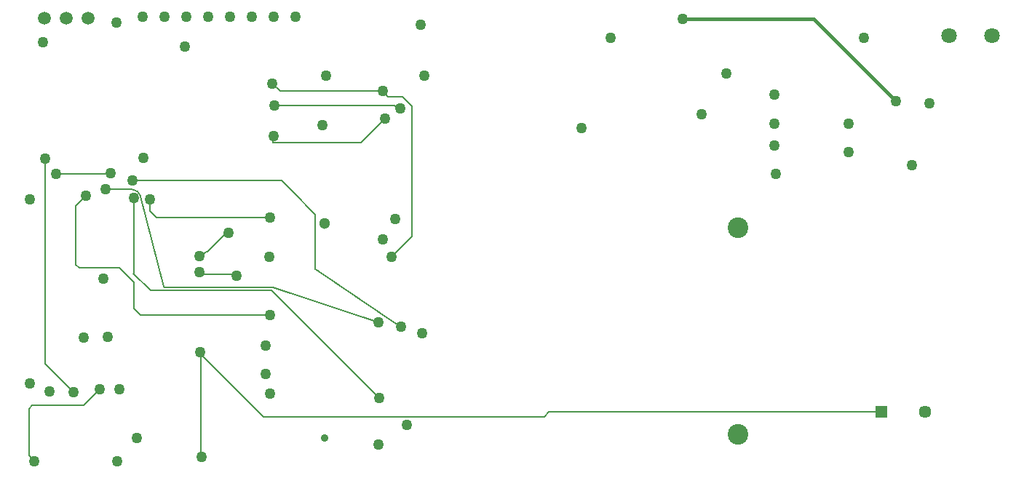
<source format=gbl>
G04*
G04 #@! TF.GenerationSoftware,Altium Limited,Altium Designer,24.8.2 (39)*
G04*
G04 Layer_Physical_Order=4*
G04 Layer_Color=16711680*
%FSLAX44Y44*%
%MOMM*%
G71*
G04*
G04 #@! TF.SameCoordinates,F9089647-E578-4EC2-B09E-D5C07AF86723*
G04*
G04*
G04 #@! TF.FilePolarity,Positive*
G04*
G01*
G75*
%ADD50R,1.4500X1.4500*%
%ADD51C,1.4500*%
%ADD52C,1.8034*%
%ADD53C,1.2700*%
%ADD54C,1.4986*%
%ADD57C,0.2032*%
%ADD58C,0.4060*%
%ADD59C,0.9000*%
%ADD60C,1.3000*%
%ADD61C,2.4000*%
D50*
X1004970Y96520D02*
D03*
D51*
X1054970D02*
D03*
D52*
X1083310Y534670D02*
D03*
X1133310D02*
D03*
D53*
X144780Y556260D02*
D03*
X170180D02*
D03*
X195580D02*
D03*
X220980D02*
D03*
X297180D02*
D03*
X322580D02*
D03*
X271780D02*
D03*
X246380D02*
D03*
X138430Y66040D02*
D03*
X213360Y44450D02*
D03*
X31750Y391160D02*
D03*
X19050Y39370D02*
D03*
X115570D02*
D03*
X95250Y123190D02*
D03*
X118110D02*
D03*
X44450Y373380D02*
D03*
X107950Y374650D02*
D03*
X146050Y392430D02*
D03*
X78740Y347980D02*
D03*
X133350Y365760D02*
D03*
X114300Y549910D02*
D03*
X194310Y521970D02*
D03*
X29210Y527050D02*
D03*
X64770Y119380D02*
D03*
X13970Y129540D02*
D03*
X36830Y120650D02*
D03*
X434340Y276860D02*
D03*
X444500Y449580D02*
D03*
X295910Y478790D02*
D03*
X297180Y417830D02*
D03*
X426720Y438150D02*
D03*
X298450Y453390D02*
D03*
X424180Y297180D02*
D03*
Y469900D02*
D03*
X689610Y532130D02*
D03*
X1021080Y458470D02*
D03*
X880110Y406400D02*
D03*
X795020Y443230D02*
D03*
X472440Y487680D02*
D03*
X468630Y547370D02*
D03*
X655320Y426720D02*
D03*
X358140Y487680D02*
D03*
X354330Y430530D02*
D03*
X824230Y490220D02*
D03*
X1060450Y455930D02*
D03*
X1040130Y383540D02*
D03*
X210820Y278130D02*
D03*
X99060Y251460D02*
D03*
X104140Y184150D02*
D03*
X76200Y182880D02*
D03*
X101600Y355600D02*
D03*
X153670Y344170D02*
D03*
X134620Y345440D02*
D03*
X966470Y398780D02*
D03*
Y431800D02*
D03*
X880110Y466330D02*
D03*
Y432040D02*
D03*
X210820Y259080D02*
D03*
X245110Y304800D02*
D03*
X254000Y255270D02*
D03*
X212090Y166370D02*
D03*
X293370Y209550D02*
D03*
X445770Y195580D02*
D03*
X469900Y187960D02*
D03*
X452120Y81280D02*
D03*
X419343Y200903D02*
D03*
X420370Y113030D02*
D03*
X419100Y58420D02*
D03*
X293370Y118110D02*
D03*
X288290Y140970D02*
D03*
Y173990D02*
D03*
X292100Y276860D02*
D03*
X293370Y322580D02*
D03*
X13970Y344170D02*
D03*
X881380Y373380D02*
D03*
X984250Y532130D02*
D03*
X773430Y553720D02*
D03*
X438792Y320943D02*
D03*
D54*
X55880Y554990D02*
D03*
X81280D02*
D03*
X30480D02*
D03*
D57*
X142988Y347575D02*
G03*
X132658Y355600I-10330J-2635D01*
G01*
X142988Y347575D02*
G03*
X132658Y355600I-10330J-2635D01*
G01*
X142988Y347575D02*
G03*
X132658Y355600I-10330J-2635D01*
G01*
X142988Y347575D02*
G03*
X132658Y355600I-10330J-2635D01*
G01*
X142988Y347575D02*
G03*
X132658Y355600I-10330J-2635D01*
G01*
X142988Y347575D02*
G03*
X132658Y355600I-10330J-2635D01*
G01*
X142988Y347575D02*
G03*
X132658Y355600I-10330J-2635D01*
G01*
X142988Y347575D02*
G03*
X132658Y355600I-10330J-2635D01*
G01*
X142988Y347575D02*
G03*
X132658Y355600I-10330J-2635D01*
G01*
X142988Y347575D02*
G03*
X132658Y355600I-10330J-2635D01*
G01*
X142988Y347575D02*
G03*
X132658Y355600I-10330J-2635D01*
G01*
X142988Y347575D02*
G03*
X132658Y355600I-10330J-2635D01*
G01*
X142988Y347575D02*
G03*
X132658Y355600I-10330J-2635D01*
G01*
X142988Y347575D02*
G03*
X132658Y355600I-10330J-2635D01*
G01*
X142988Y347575D02*
G03*
X132658Y355600I-10330J-2635D01*
G01*
X142988Y347575D02*
G03*
X132658Y355600I-10330J-2635D01*
G01*
X142988Y347575D02*
G03*
X132658Y355600I-10330J-2635D01*
G01*
X142988Y347575D02*
G03*
X132658Y355600I-10330J-2635D01*
G01*
X142988Y347575D02*
G03*
X132658Y355600I-10330J-2635D01*
G01*
X142988Y347575D02*
G03*
X132658Y355600I-10330J-2635D01*
G01*
X142988Y347575D02*
G03*
X132658Y355600I-10330J-2635D01*
G01*
X142988Y347575D02*
G03*
X132658Y355600I-10330J-2635D01*
G01*
X142988Y347575D02*
G03*
X132658Y355600I-10330J-2635D01*
G01*
X142988Y347575D02*
G03*
X132658Y355600I-10330J-2635D01*
G01*
X142988Y347575D02*
G03*
X132658Y355600I-10330J-2635D01*
G01*
X142988Y347575D02*
G03*
X132658Y355600I-10330J-2635D01*
G01*
X142988Y347575D02*
G03*
X132658Y355600I-10330J-2635D01*
G01*
X142988Y347575D02*
G03*
X132658Y355600I-10330J-2635D01*
G01*
X142988Y347575D02*
G03*
X132658Y355600I-10330J-2635D01*
G01*
X142988Y347575D02*
G03*
X132658Y355600I-10330J-2635D01*
G01*
X142988Y347575D02*
G03*
X132658Y355600I-10330J-2635D01*
G01*
X142988Y347575D02*
G03*
X132658Y355600I-10330J-2635D01*
G01*
X142988Y347575D02*
G03*
X132658Y355600I-10330J-2635D01*
G01*
X142988Y347575D02*
G03*
X132658Y355600I-10330J-2635D01*
G01*
X142988Y347575D02*
G03*
X132658Y355600I-10330J-2635D01*
G01*
X142988Y347575D02*
G03*
X132658Y355600I-10330J-2635D01*
G01*
X142988Y347575D02*
G03*
X132658Y355600I-10330J-2635D01*
G01*
X142988Y347575D02*
G03*
X132658Y355600I-10330J-2635D01*
G01*
X142988Y347575D02*
G03*
X132658Y355600I-10330J-2635D01*
G01*
X142988Y347575D02*
G03*
X132658Y355600I-10330J-2635D01*
G01*
X142988Y347575D02*
G03*
X132658Y355600I-10330J-2635D01*
G01*
X142988Y347575D02*
G03*
X132658Y355600I-10330J-2635D01*
G01*
X142988Y347575D02*
G03*
X132658Y355600I-10330J-2635D01*
G01*
X142988Y347575D02*
G03*
X132658Y355600I-10330J-2635D01*
G01*
X142988Y347575D02*
G03*
X132658Y355600I-10330J-2635D01*
G01*
X142988Y347575D02*
G03*
X132658Y355600I-10330J-2635D01*
G01*
X142988Y347575D02*
G03*
X132658Y355600I-10330J-2635D01*
G01*
X142988Y347575D02*
G03*
X132658Y355600I-10330J-2635D01*
G01*
X142988Y347575D02*
G03*
X132658Y355600I-10330J-2635D01*
G01*
X142988Y347575D02*
G03*
X132658Y355600I-10330J-2635D01*
G01*
X142988Y347575D02*
G03*
X132658Y355600I-10330J-2635D01*
G01*
X142988Y347575D02*
G03*
X132658Y355600I-10330J-2635D01*
G01*
X142988Y347575D02*
G03*
X132658Y355600I-10330J-2635D01*
G01*
X142988Y347575D02*
G03*
X132658Y355600I-10330J-2635D01*
G01*
X142988Y347575D02*
G03*
X132658Y355600I-10330J-2635D01*
G01*
X142988Y347575D02*
G03*
X132658Y355600I-10330J-2635D01*
G01*
X142988Y347575D02*
G03*
X132658Y355600I-10330J-2635D01*
G01*
X142988Y347575D02*
G03*
X132658Y355600I-10330J-2635D01*
G01*
X142988Y347575D02*
G03*
X132658Y355600I-10330J-2635D01*
G01*
X142988Y347575D02*
G03*
X132658Y355600I-10330J-2635D01*
G01*
X142988Y347575D02*
G03*
X132658Y355600I-10330J-2635D01*
G01*
X142988Y347575D02*
G03*
X132658Y355600I-10330J-2635D01*
G01*
X142988Y347575D02*
G03*
X132658Y355600I-10330J-2635D01*
G01*
X142988Y347575D02*
G03*
X132658Y355600I-10330J-2635D01*
G01*
X142988Y347575D02*
G03*
X132658Y355600I-10330J-2635D01*
G01*
X142988Y347575D02*
G03*
X132658Y355600I-10330J-2635D01*
G01*
X142988Y347575D02*
G03*
X132658Y355600I-10330J-2635D01*
G01*
X142988Y347575D02*
G03*
X132658Y355600I-10330J-2635D01*
G01*
X142988Y347575D02*
G03*
X132658Y355600I-10330J-2635D01*
G01*
X142988Y347575D02*
G03*
X132658Y355600I-10330J-2635D01*
G01*
X142988Y347575D02*
G03*
X132658Y355600I-10330J-2635D01*
G01*
X142988Y347575D02*
G03*
X132658Y355600I-10330J-2635D01*
G01*
X142988Y347575D02*
G03*
X132658Y355600I-10330J-2635D01*
G01*
X142988Y347575D02*
G03*
X132658Y355600I-10330J-2635D01*
G01*
X142988Y347575D02*
G03*
X132658Y355600I-10330J-2635D01*
G01*
X142988Y347575D02*
G03*
X132658Y355600I-10330J-2635D01*
G01*
X142988Y347575D02*
G03*
X132658Y355600I-10330J-2635D01*
G01*
X142988Y347575D02*
G03*
X132658Y355600I-10330J-2635D01*
G01*
X142988Y347575D02*
G03*
X132658Y355600I-10330J-2635D01*
G01*
X142988Y347575D02*
G03*
X132658Y355600I-10330J-2635D01*
G01*
X142988Y347575D02*
G03*
X132658Y355600I-10330J-2635D01*
G01*
X142988Y347575D02*
G03*
X132658Y355600I-10330J-2635D01*
G01*
X142988Y347575D02*
G03*
X132658Y355600I-10330J-2635D01*
G01*
X142988Y347575D02*
G03*
X132658Y355600I-10330J-2635D01*
G01*
X142988Y347575D02*
G03*
X132658Y355600I-10330J-2635D01*
G01*
X142988Y347575D02*
G03*
X132658Y355600I-10330J-2635D01*
G01*
X142988Y347575D02*
G03*
X132658Y355600I-10330J-2635D01*
G01*
X142988Y347575D02*
G03*
X132658Y355600I-10330J-2635D01*
G01*
X142988Y347575D02*
G03*
X132658Y355600I-10330J-2635D01*
G01*
X142988Y347575D02*
G03*
X132658Y355600I-10330J-2635D01*
G01*
X142988Y347575D02*
G03*
X132658Y355600I-10330J-2635D01*
G01*
X142988Y347575D02*
G03*
X132658Y355600I-10330J-2635D01*
G01*
X142988Y347575D02*
G03*
X132658Y355600I-10330J-2635D01*
G01*
X142988Y347575D02*
G03*
X132658Y355600I-10330J-2635D01*
G01*
X142988Y347575D02*
G03*
X132658Y355600I-10330J-2635D01*
G01*
X142988Y347575D02*
G03*
X132658Y355600I-10330J-2635D01*
G01*
X142988Y347575D02*
G03*
X132658Y355600I-10330J-2635D01*
G01*
X142988Y347575D02*
G03*
X132658Y355600I-10330J-2635D01*
G01*
X142988Y347575D02*
G03*
X132658Y355600I-10330J-2635D01*
G01*
X142988Y347575D02*
G03*
X132658Y355600I-10330J-2635D01*
G01*
X142988Y347575D02*
G03*
X132658Y355600I-10330J-2635D01*
G01*
X142988Y347575D02*
G03*
X132658Y355600I-10330J-2635D01*
G01*
X142988Y347575D02*
G03*
X132658Y355600I-10330J-2635D01*
G01*
X142988Y347575D02*
G03*
X132658Y355600I-10330J-2635D01*
G01*
X142988Y347575D02*
G03*
X132658Y355600I-10330J-2635D01*
G01*
X142988Y347575D02*
G03*
X132658Y355600I-10330J-2635D01*
G01*
X142988Y347575D02*
G03*
X132658Y355600I-10330J-2635D01*
G01*
X142988Y347575D02*
G03*
X132658Y355600I-10330J-2635D01*
G01*
X142988Y347575D02*
G03*
X132658Y355600I-10330J-2635D01*
G01*
X142988Y347575D02*
G03*
X132658Y355600I-10330J-2635D01*
G01*
X142988Y347575D02*
G03*
X132658Y355600I-10330J-2635D01*
G01*
X142988Y347575D02*
G03*
X132658Y355600I-10330J-2635D01*
G01*
X142988Y347575D02*
G03*
X132658Y355600I-10330J-2635D01*
G01*
X142988Y347575D02*
G03*
X132658Y355600I-10330J-2635D01*
G01*
X142988Y347575D02*
G03*
X132658Y355600I-10330J-2635D01*
G01*
X142988Y347575D02*
G03*
X132658Y355600I-10330J-2635D01*
G01*
X142988Y347575D02*
G03*
X132658Y355600I-10330J-2635D01*
G01*
X142988Y347575D02*
G03*
X132658Y355600I-10330J-2635D01*
G01*
X142988Y347575D02*
G03*
X132658Y355600I-10330J-2635D01*
G01*
X142988Y347575D02*
G03*
X132658Y355600I-10330J-2635D01*
G01*
X142988Y347575D02*
G03*
X132658Y355600I-10330J-2635D01*
G01*
X142988Y347575D02*
G03*
X132658Y355600I-10330J-2635D01*
G01*
X142988Y347575D02*
G03*
X132658Y355600I-10330J-2635D01*
G01*
X142988Y347575D02*
G03*
X132658Y355600I-10330J-2635D01*
G01*
X142988Y347575D02*
G03*
X132658Y355600I-10330J-2635D01*
G01*
X142988Y347575D02*
G03*
X132658Y355600I-10330J-2635D01*
G01*
X142988Y347575D02*
G03*
X132658Y355600I-10330J-2635D01*
G01*
X142988Y347575D02*
G03*
X132658Y355600I-10330J-2635D01*
G01*
X142988Y347575D02*
G03*
X132658Y355600I-10330J-2635D01*
G01*
X142988Y347575D02*
G03*
X132658Y355600I-10330J-2635D01*
G01*
X142988Y347575D02*
G03*
X132658Y355600I-10330J-2635D01*
G01*
X142988Y347575D02*
G03*
X132658Y355600I-10330J-2635D01*
G01*
X142988Y347575D02*
G03*
X132658Y355600I-10330J-2635D01*
G01*
X142988Y347575D02*
G03*
X132658Y355600I-10330J-2635D01*
G01*
X142988Y347575D02*
G03*
X132658Y355600I-10330J-2635D01*
G01*
X142988Y347575D02*
G03*
X132658Y355600I-10330J-2635D01*
G01*
X142988Y347575D02*
G03*
X132658Y355600I-10330J-2635D01*
G01*
X142988Y347575D02*
G03*
X132658Y355600I-10330J-2635D01*
G01*
X142988Y347575D02*
G03*
X132658Y355600I-10330J-2635D01*
G01*
X142988Y347575D02*
G03*
X132658Y355600I-10330J-2635D01*
G01*
X142988Y347575D02*
G03*
X132658Y355600I-10330J-2635D01*
G01*
X142988Y347575D02*
G03*
X132658Y355600I-10330J-2635D01*
G01*
X142988Y347575D02*
G03*
X132658Y355600I-10330J-2635D01*
G01*
X142988Y347575D02*
G03*
X132658Y355600I-10330J-2635D01*
G01*
X142988Y347575D02*
G03*
X132658Y355600I-10330J-2635D01*
G01*
X142988Y347575D02*
G03*
X132658Y355600I-10330J-2635D01*
G01*
X142988Y347575D02*
G03*
X132658Y355600I-10330J-2635D01*
G01*
X142988Y347575D02*
G03*
X132658Y355600I-10330J-2635D01*
G01*
X142988Y347575D02*
G03*
X132658Y355600I-10330J-2635D01*
G01*
X142988Y347575D02*
G03*
X132658Y355600I-10330J-2635D01*
G01*
X142988Y347575D02*
G03*
X132658Y355600I-10330J-2635D01*
G01*
X142988Y347575D02*
G03*
X132658Y355600I-10330J-2635D01*
G01*
X142988Y347575D02*
G03*
X132658Y355600I-10330J-2635D01*
G01*
X142988Y347575D02*
G03*
X132658Y355600I-10330J-2635D01*
G01*
X142988Y347575D02*
G03*
X132658Y355600I-10330J-2635D01*
G01*
X142988Y347575D02*
G03*
X132658Y355600I-10330J-2635D01*
G01*
X142988Y347575D02*
G03*
X132658Y355600I-10330J-2635D01*
G01*
X142988Y347575D02*
G03*
X132658Y355600I-10330J-2635D01*
G01*
X142988Y347575D02*
G03*
X132658Y355600I-10330J-2635D01*
G01*
X142988Y347575D02*
G03*
X132658Y355600I-10330J-2635D01*
G01*
X142988Y347575D02*
G03*
X132658Y355600I-10330J-2635D01*
G01*
X142988Y347575D02*
G03*
X132658Y355600I-10330J-2635D01*
G01*
X142988Y347575D02*
G03*
X132658Y355600I-10330J-2635D01*
G01*
X142988Y347575D02*
G03*
X132658Y355600I-10330J-2635D01*
G01*
X142988Y347575D02*
G03*
X132658Y355600I-10330J-2635D01*
G01*
X142988Y347575D02*
G03*
X132658Y355600I-10330J-2635D01*
G01*
X142988Y347575D02*
G03*
X132658Y355600I-10330J-2635D01*
G01*
X142988Y347575D02*
G03*
X132658Y355600I-10330J-2635D01*
G01*
X142988Y347575D02*
G03*
X132658Y355600I-10330J-2635D01*
G01*
X142988Y347575D02*
G03*
X132658Y355600I-10330J-2635D01*
G01*
X142988Y347575D02*
G03*
X132658Y355600I-10330J-2635D01*
G01*
X142988Y347575D02*
G03*
X132658Y355600I-10330J-2635D01*
G01*
X142988Y347575D02*
G03*
X132658Y355600I-10330J-2635D01*
G01*
X142988Y347575D02*
G03*
X132658Y355600I-10330J-2635D01*
G01*
X142988Y347575D02*
G03*
X132658Y355600I-10330J-2635D01*
G01*
X142988Y347575D02*
G03*
X132658Y355600I-10330J-2635D01*
G01*
X142988Y347575D02*
G03*
X132658Y355600I-10330J-2635D01*
G01*
X142988Y347575D02*
G03*
X132658Y355600I-10330J-2635D01*
G01*
X142988Y347575D02*
G03*
X132658Y355600I-10330J-2635D01*
G01*
X142988Y347575D02*
G03*
X132658Y355600I-10330J-2635D01*
G01*
X142988Y347575D02*
G03*
X132658Y355600I-10330J-2635D01*
G01*
X142988Y347575D02*
G03*
X132658Y355600I-10330J-2635D01*
G01*
X142988Y347575D02*
G03*
X132658Y355600I-10330J-2635D01*
G01*
X142988Y347575D02*
G03*
X132658Y355600I-10330J-2635D01*
G01*
X142988Y347575D02*
G03*
X132658Y355600I-10330J-2635D01*
G01*
X142988Y347575D02*
G03*
X132658Y355600I-10330J-2635D01*
G01*
X142988Y347575D02*
G03*
X132658Y355600I-10330J-2635D01*
G01*
X142988Y347575D02*
G03*
X132658Y355600I-10330J-2635D01*
G01*
X142988Y347575D02*
G03*
X132658Y355600I-10330J-2635D01*
G01*
X142988Y347575D02*
G03*
X132658Y355600I-10330J-2635D01*
G01*
X142988Y347575D02*
G03*
X132658Y355600I-10330J-2635D01*
G01*
X142988Y347575D02*
G03*
X132658Y355600I-10330J-2635D01*
G01*
X142988Y347575D02*
G03*
X132658Y355600I-10330J-2635D01*
G01*
X142988Y347575D02*
G03*
X132658Y355600I-10330J-2635D01*
G01*
X142988Y347575D02*
G03*
X132658Y355600I-10330J-2635D01*
G01*
X142988Y347575D02*
G03*
X132658Y355600I-10330J-2635D01*
G01*
X142988Y347575D02*
G03*
X132658Y355600I-10330J-2635D01*
G01*
X142988Y347575D02*
G03*
X132658Y355600I-10330J-2635D01*
G01*
X142988Y347575D02*
G03*
X132658Y355600I-10330J-2635D01*
G01*
X142988Y347575D02*
G03*
X132658Y355600I-10330J-2635D01*
G01*
X142988Y347575D02*
G03*
X132658Y355600I-10330J-2635D01*
G01*
X142988Y347575D02*
G03*
X132658Y355600I-10330J-2635D01*
G01*
X142988Y347575D02*
G03*
X132658Y355600I-10330J-2635D01*
G01*
X142988Y347575D02*
G03*
X132658Y355600I-10330J-2635D01*
G01*
X142988Y347575D02*
G03*
X132658Y355600I-10330J-2635D01*
G01*
X142988Y347575D02*
G03*
X132658Y355600I-10330J-2635D01*
G01*
X142988Y347575D02*
G03*
X132658Y355600I-10330J-2635D01*
G01*
X142988Y347575D02*
G03*
X132658Y355600I-10330J-2635D01*
G01*
X142988Y347575D02*
G03*
X132658Y355600I-10330J-2635D01*
G01*
X142988Y347575D02*
G03*
X132658Y355600I-10330J-2635D01*
G01*
X142988Y347575D02*
G03*
X132658Y355600I-10330J-2635D01*
G01*
X142988Y347575D02*
G03*
X132658Y355600I-10330J-2635D01*
G01*
X142988Y347575D02*
G03*
X132658Y355600I-10330J-2635D01*
G01*
X142988Y347575D02*
G03*
X132658Y355600I-10330J-2635D01*
G01*
X142988Y347575D02*
G03*
X132658Y355600I-10330J-2635D01*
G01*
X142988Y347575D02*
G03*
X132658Y355600I-10330J-2635D01*
G01*
X142988Y347575D02*
G03*
X132658Y355600I-10330J-2635D01*
G01*
X142988Y347575D02*
G03*
X132658Y355600I-10330J-2635D01*
G01*
X142988Y347575D02*
G03*
X132658Y355600I-10330J-2635D01*
G01*
X142988Y347575D02*
G03*
X132658Y355600I-10330J-2635D01*
G01*
X142988Y347575D02*
G03*
X132658Y355600I-10330J-2635D01*
G01*
X142988Y347575D02*
G03*
X132658Y355600I-10330J-2635D01*
G01*
X142988Y347575D02*
G03*
X132658Y355600I-10330J-2635D01*
G01*
X142988Y347575D02*
G03*
X132658Y355600I-10330J-2635D01*
G01*
X142988Y347575D02*
G03*
X132658Y355600I-10330J-2635D01*
G01*
X142988Y347575D02*
G03*
X132658Y355600I-10330J-2635D01*
G01*
X142988Y347575D02*
G03*
X132658Y355600I-10330J-2635D01*
G01*
X142988Y347575D02*
G03*
X132658Y355600I-10330J-2635D01*
G01*
X142988Y347575D02*
G03*
X132658Y355600I-10330J-2635D01*
G01*
X142988Y347575D02*
G03*
X132658Y355600I-10330J-2635D01*
G01*
X142988Y347575D02*
G03*
X132658Y355600I-10330J-2635D01*
G01*
X142988Y347575D02*
G03*
X132658Y355600I-10330J-2635D01*
G01*
X142988Y347575D02*
G03*
X132658Y355600I-10330J-2635D01*
G01*
X142988Y347575D02*
G03*
X132658Y355600I-10330J-2635D01*
G01*
X142988Y347575D02*
G03*
X132658Y355600I-10330J-2635D01*
G01*
X142988Y347575D02*
G03*
X132658Y355600I-10330J-2635D01*
G01*
X142988Y347575D02*
G03*
X132658Y355600I-10330J-2635D01*
G01*
X142988Y347575D02*
G03*
X132658Y355600I-10330J-2635D01*
G01*
X142988Y347575D02*
G03*
X132658Y355600I-10330J-2635D01*
G01*
X142988Y347575D02*
G03*
X132658Y355600I-10330J-2635D01*
G01*
X142988Y347575D02*
G03*
X132658Y355600I-10330J-2635D01*
G01*
X142988Y347575D02*
G03*
X132658Y355600I-10330J-2635D01*
G01*
X142988Y347575D02*
G03*
X132658Y355600I-10330J-2635D01*
G01*
X142988Y347575D02*
G03*
X132658Y355600I-10330J-2635D01*
G01*
X142988Y347575D02*
G03*
X132658Y355600I-10330J-2635D01*
G01*
X142988Y347575D02*
G03*
X132658Y355600I-10330J-2635D01*
G01*
X142988Y347575D02*
G03*
X132658Y355600I-10330J-2635D01*
G01*
X142988Y347575D02*
G03*
X132658Y355600I-10330J-2635D01*
G01*
X142988Y347575D02*
G03*
X132658Y355600I-10330J-2635D01*
G01*
X142988Y347575D02*
G03*
X132658Y355600I-10330J-2635D01*
G01*
X142988Y347575D02*
G03*
X132658Y355600I-10330J-2635D01*
G01*
X142988Y347575D02*
G03*
X132658Y355600I-10330J-2635D01*
G01*
X142988Y347575D02*
G03*
X132658Y355600I-10330J-2635D01*
G01*
X142988Y347575D02*
G03*
X132658Y355600I-10330J-2635D01*
G01*
X142988Y347575D02*
G03*
X132658Y355600I-10330J-2635D01*
G01*
X142988Y347575D02*
G03*
X132658Y355600I-10330J-2635D01*
G01*
X142988Y347575D02*
G03*
X132658Y355600I-10330J-2635D01*
G01*
X142988Y347575D02*
G03*
X132658Y355600I-10330J-2635D01*
G01*
X142988Y347575D02*
G03*
X132658Y355600I-10330J-2635D01*
G01*
X142988Y347575D02*
G03*
X132658Y355600I-10330J-2635D01*
G01*
X142988Y347575D02*
G03*
X132658Y355600I-10330J-2635D01*
G01*
X142988Y347575D02*
G03*
X132658Y355600I-10330J-2635D01*
G01*
X142988Y347575D02*
G03*
X132658Y355600I-10330J-2635D01*
G01*
X142988Y347575D02*
G03*
X132658Y355600I-10330J-2635D01*
G01*
X142988Y347575D02*
G03*
X132658Y355600I-10330J-2635D01*
G01*
X142988Y347575D02*
G03*
X132658Y355600I-10330J-2635D01*
G01*
X142988Y347575D02*
G03*
X132658Y355600I-10330J-2635D01*
G01*
X142988Y347575D02*
G03*
X132658Y355600I-10330J-2635D01*
G01*
X142988Y347575D02*
G03*
X132658Y355600I-10330J-2635D01*
G01*
X142988Y347575D02*
G03*
X132658Y355600I-10330J-2635D01*
G01*
X142988Y347575D02*
G03*
X132658Y355600I-10330J-2635D01*
G01*
X142988Y347575D02*
G03*
X132658Y355600I-10330J-2635D01*
G01*
X142988Y347575D02*
G03*
X132658Y355600I-10330J-2635D01*
G01*
X142988Y347575D02*
G03*
X132658Y355600I-10330J-2635D01*
G01*
X142988Y347575D02*
G03*
X132658Y355600I-10330J-2635D01*
G01*
X142988Y347575D02*
G03*
X132658Y355600I-10330J-2635D01*
G01*
X142988Y347575D02*
G03*
X132658Y355600I-10330J-2635D01*
G01*
X142988Y347575D02*
G03*
X132658Y355600I-10330J-2635D01*
G01*
X142988Y347575D02*
G03*
X132658Y355600I-10330J-2635D01*
G01*
X142988Y347575D02*
G03*
X132658Y355600I-10330J-2635D01*
G01*
X142988Y347575D02*
G03*
X132658Y355600I-10330J-2635D01*
G01*
X142988Y347575D02*
G03*
X132658Y355600I-10330J-2635D01*
G01*
X142988Y347575D02*
G03*
X132658Y355600I-10330J-2635D01*
G01*
X142988Y347575D02*
G03*
X132658Y355600I-10330J-2635D01*
G01*
X142988Y347575D02*
G03*
X132658Y355600I-10330J-2635D01*
G01*
X142988Y347575D02*
G03*
X132658Y355600I-10330J-2635D01*
G01*
X142988Y347575D02*
G03*
X132658Y355600I-10330J-2635D01*
G01*
X142988Y347575D02*
G03*
X132658Y355600I-10330J-2635D01*
G01*
X12700Y100410D02*
X16430Y104140D01*
X12700Y46311D02*
Y100410D01*
X16430Y104140D02*
X76200D01*
X95250Y123190D01*
X212725Y45085D02*
Y163687D01*
Y45085D02*
X213360Y44450D01*
X212090Y164322D02*
X212725Y163687D01*
X31750Y152747D02*
Y391160D01*
X19050Y39370D02*
Y39961D01*
X12700Y46311D02*
X19050Y39961D01*
X44450Y373380D02*
X45085Y374015D01*
X107315D01*
X107950Y374650D01*
X31750Y152747D02*
X64770Y119727D01*
X67310Y336550D02*
X78740Y347980D01*
X133350Y365760D02*
X306832D01*
X319532Y353060D01*
X64770Y119380D02*
Y119727D01*
X434340Y276860D02*
X458470Y300990D01*
X447040Y463550D02*
X458470Y452120D01*
Y300990D02*
Y452120D01*
X430530Y463550D02*
X447040D01*
X424180Y469900D02*
X430530Y463550D01*
X441786Y449580D02*
X444500D01*
X437976Y453390D02*
X441786Y449580D01*
X298450Y453390D02*
X437976D01*
X295910Y478790D02*
X304800Y469900D01*
X424180D01*
X297100Y417750D02*
X297180Y417830D01*
X297100Y410210D02*
X398780D01*
X297100D02*
Y417750D01*
X398780Y410210D02*
X426720Y438150D01*
X101600Y355600D02*
X132659D01*
X101600D02*
X132659D01*
X132658D02*
X132659D01*
X101600D02*
X132658D01*
X101600D02*
X132659D01*
X346202Y262716D02*
X347392Y261525D01*
X319532Y353060D02*
X346202Y326390D01*
X142240Y209550D02*
X293370D01*
X220724Y282954D02*
X242570Y304800D01*
X210820Y278130D02*
X213707D01*
X218530Y282954D01*
X220724D01*
X134620Y257810D02*
Y345440D01*
X134501Y257691D02*
X134620Y257810D01*
X134501Y257691D02*
X154148Y238044D01*
X118110Y264160D02*
X134620Y247650D01*
Y217170D02*
Y247650D01*
Y217170D02*
X142240Y209550D01*
X71120Y264160D02*
X118110D01*
X67310Y267970D02*
X71120Y264160D01*
X67310Y267970D02*
Y336550D01*
X170975Y241346D02*
X278166D01*
X153670Y330200D02*
X161290Y322580D01*
X293370D01*
X153670Y330200D02*
Y344170D01*
X142988Y347575D02*
X169785Y242537D01*
X170975Y241346D01*
X154148Y238044D02*
X295356D01*
X212725Y257175D02*
X252095D01*
X210820Y259080D02*
X212725Y257175D01*
X252095D02*
X254000Y255270D01*
X242570Y304800D02*
X245110D01*
X278166Y241346D02*
X278189Y241370D01*
X296553D01*
X296863Y241268D01*
X419343Y200903D01*
X212090Y164322D02*
X285480Y90932D01*
X212090Y164322D02*
Y166370D01*
X445245Y195580D02*
X445770D01*
X347392Y261525D02*
X445245Y195580D01*
X346202Y262716D02*
Y326390D01*
X295356Y238044D02*
X420370Y113030D01*
X285480Y90932D02*
X612394D01*
X617982Y96520D01*
X1004970D01*
D58*
X773430Y553720D02*
X925830D01*
X1021080Y458470D01*
D59*
X356510Y65920D02*
D03*
D60*
Y315920D02*
D03*
D61*
X837370Y311360D02*
D03*
Y70910D02*
D03*
M02*

</source>
